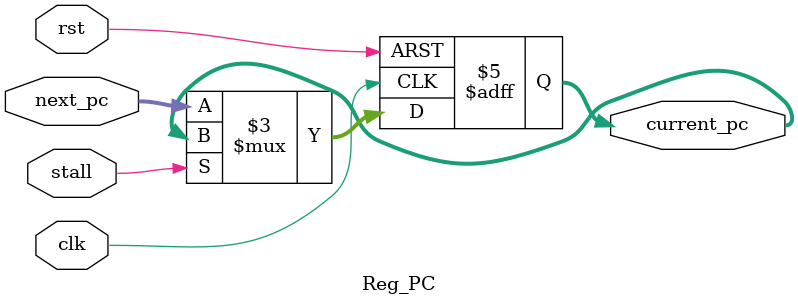
<source format=v>
module Reg_PC (
    input clk,
    input rst,
    input [31:0] next_pc,
    input stall,
    output reg [31:0] current_pc 
);

    always @(posedge clk or posedge rst) begin
        if (rst)    begin
            current_pc <= 32'd0; 
        end
        else if (stall) begin
            current_pc <= current_pc;
        end
        else    begin
            current_pc <= next_pc;
        end
    end
    
endmodule
</source>
